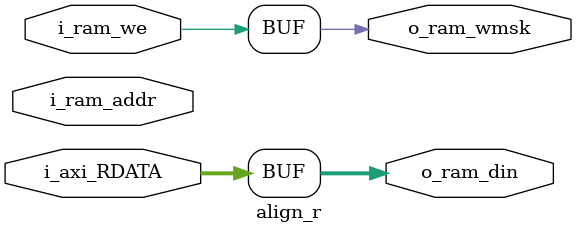
<source format=v>
/*
Copyright 2021 GaoZiBo <diyer175@hotmail.com>
Powered by YSYX https://oscpu.github.io/ysyx

Licensed under The MIT License (MIT).
-------------------------------------
Permission is hereby granted, free of charge, to any person obtaining a copy of
this software and associated documentation files (the "Software"), to deal in
the Software without restriction, including without limitation the rights to
use, copy, modify, merge, publish, distribute, sublicense, and/or sell copies of
the Software, and to permit persons to whom the Software is furnished to do so,
subject to the following conditions:

The above copyright notice and this permission notice shall be included in all
copies or substantial portions of the Software.

THE SOFTWARE IS PROVIDED "AS IS", WITHOUT WARRANTY OF ANY KIND, EXPRESS OR
IMPLIED,INCLUDING BUT NOT LIMITED TO THE WARRANTIES OF MERCHANTABILITY, FITNESS
FOR A PARTICULAR PURPOSE AND NONINFRINGEMENT. IN NO EVENT SHALL THE AUTHORS OR
COPYRIGHT HOLDERS BE LIABLE FOR ANY CLAIM, DAMAGES OR OTHER LIABILITY, WHETHER
IN AN ACTION OF CONTRACT, TORT OR OTHERWISE, ARISING FROM, OUT OF OR IN
CONNECTION WITH THE SOFTWARE OR THE USE OR OTHER DEALINGS IN THE SOFTWARE.
 */

`include "ncpu64k_config.vh"

module align_r
#(
   parameter                           AXI_P_DW_BYTES = 0,
   parameter                           PAYLOAD_P_DW_BYTES = 0,
   parameter                           RAM_AW = 0
)
(
   input [(1<<AXI_P_DW_BYTES)*8-1:0]   i_axi_RDATA,
   input                               i_ram_we,
   input [RAM_AW-1:0]                  i_ram_addr,
   output [(1<<PAYLOAD_P_DW_BYTES)-1:0] o_ram_wmsk,
   output [(1<<PAYLOAD_P_DW_BYTES)*8-1:0] o_ram_din
);
   localparam AXI_BYTES                = (1<<AXI_P_DW_BYTES);
   localparam PAYLOAD_BYTES            = (1<<PAYLOAD_P_DW_BYTES);
   genvar i;
   
   generate
      if (PAYLOAD_P_DW_BYTES == AXI_P_DW_BYTES)
            begin
               assign o_ram_din = i_axi_RDATA;
               assign o_ram_wmsk = {(1<<PAYLOAD_P_DW_BYTES){i_ram_we}};
            end
      else if (PAYLOAD_P_DW_BYTES < AXI_P_DW_BYTES)
            begin
               localparam WIN_NUM = (AXI_BYTES/PAYLOAD_BYTES);
               localparam WIN_P_NUM = (AXI_P_DW_BYTES - PAYLOAD_P_DW_BYTES);
               localparam WIN_DW = (PAYLOAD_BYTES*8);
               localparam WIN_P_DW_BYTES = (PAYLOAD_P_DW_BYTES);
               
               wire [WIN_DW-1:0] RDATA_win [WIN_NUM-1:0];
               
               for(i=0;i<WIN_NUM;i=i+1)
                  assign RDATA_win[i] = i_axi_RDATA[i*WIN_DW +: WIN_DW];
               
               assign o_ram_din = RDATA_win[i_ram_addr[WIN_P_DW_BYTES +: WIN_P_NUM]];
               assign o_ram_wmsk = {(1<<PAYLOAD_P_DW_BYTES){i_ram_we}};
            end
      else
         begin
            localparam WIN_NUM = (PAYLOAD_BYTES/AXI_BYTES);
            localparam WIN_P_NUM = (PAYLOAD_P_DW_BYTES - AXI_P_DW_BYTES);
            localparam WIN_DW = (AXI_BYTES*8);
            localparam WIN_P_DW_BYTES = (AXI_P_DW_BYTES);
            wire [(1<<PAYLOAD_P_DW_BYTES)-1:0] ram_wmsk_tmp;
            
            for(i=0;i<WIN_NUM;i=i+1)
               assign ram_wmsk_tmp[i*(WIN_DW/8) +: (WIN_DW/8)] = {(WIN_DW/8){i_ram_addr[WIN_P_DW_BYTES +: WIN_P_NUM] == i}};

            assign o_ram_wmsk = ({(1<<PAYLOAD_P_DW_BYTES){i_ram_we}} & ram_wmsk_tmp);
                                  
            for(i=0;i<WIN_NUM;i=i+1)
               assign o_ram_din[i*WIN_DW +: WIN_DW] = i_axi_RDATA;
         end
   endgenerate

endmodule

</source>
